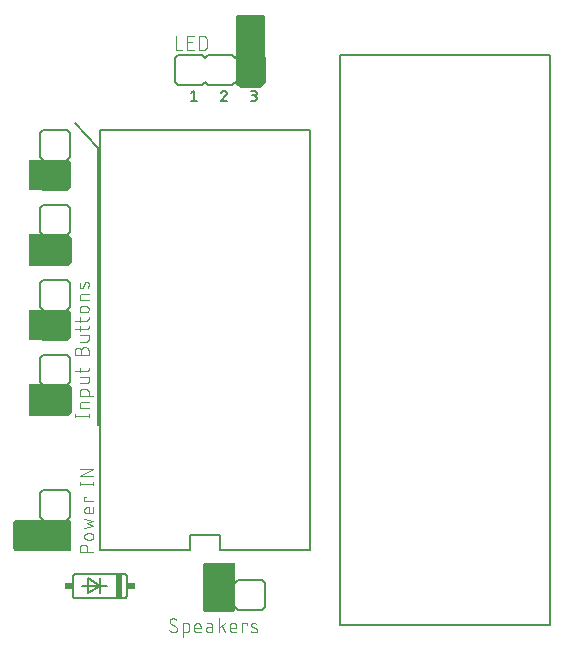
<source format=gbr>
G04 EAGLE Gerber RS-274X export*
G75*
%MOMM*%
%FSLAX34Y34*%
%LPD*%
%INSilkscreen Top*%
%IPPOS*%
%AMOC8*
5,1,8,0,0,1.08239X$1,22.5*%
G01*
%ADD10C,0.101600*%
%ADD11C,0.152400*%
%ADD12C,0.127000*%
%ADD13C,0.203200*%
%ADD14R,0.508000X2.032000*%
%ADD15R,0.635000X0.508000*%

G36*
X250095Y506014D02*
X250095Y506014D01*
X250191Y506019D01*
X250234Y506034D01*
X250279Y506041D01*
X250367Y506080D01*
X250458Y506112D01*
X250492Y506137D01*
X250536Y506157D01*
X250634Y506240D01*
X250707Y506293D01*
X253707Y509293D01*
X253725Y509318D01*
X253748Y509338D01*
X253783Y509391D01*
X253829Y509442D01*
X253849Y509483D01*
X253876Y509519D01*
X253888Y509552D01*
X253903Y509574D01*
X253919Y509629D01*
X253952Y509695D01*
X253958Y509737D01*
X253975Y509783D01*
X253978Y509822D01*
X253985Y509844D01*
X253986Y509915D01*
X253999Y510000D01*
X253999Y566000D01*
X253991Y566060D01*
X253991Y566084D01*
X253990Y566086D01*
X253991Y566128D01*
X253970Y566203D01*
X253959Y566279D01*
X253933Y566338D01*
X253916Y566400D01*
X253875Y566466D01*
X253843Y566536D01*
X253801Y566585D01*
X253768Y566640D01*
X253710Y566692D01*
X253660Y566750D01*
X253606Y566786D01*
X253558Y566829D01*
X253489Y566862D01*
X253424Y566905D01*
X253362Y566924D01*
X253305Y566952D01*
X253235Y566963D01*
X253154Y566987D01*
X253069Y566988D01*
X253000Y566999D01*
X230000Y566999D01*
X229936Y566990D01*
X229872Y566991D01*
X229797Y566970D01*
X229721Y566959D01*
X229662Y566933D01*
X229600Y566916D01*
X229534Y566875D01*
X229464Y566843D01*
X229415Y566801D01*
X229360Y566768D01*
X229308Y566710D01*
X229250Y566660D01*
X229214Y566606D01*
X229171Y566558D01*
X229138Y566489D01*
X229095Y566424D01*
X229076Y566362D01*
X229048Y566305D01*
X229037Y566235D01*
X229013Y566154D01*
X229012Y566069D01*
X229001Y566000D01*
X229001Y510000D01*
X229012Y509922D01*
X229011Y509870D01*
X229017Y509848D01*
X229019Y509809D01*
X229034Y509766D01*
X229041Y509721D01*
X229071Y509653D01*
X229086Y509598D01*
X229100Y509576D01*
X229112Y509542D01*
X229137Y509508D01*
X229157Y509464D01*
X229202Y509411D01*
X229235Y509358D01*
X229269Y509327D01*
X229293Y509293D01*
X232293Y506293D01*
X232370Y506236D01*
X232442Y506171D01*
X232483Y506151D01*
X232519Y506124D01*
X232609Y506090D01*
X232695Y506048D01*
X232737Y506042D01*
X232783Y506025D01*
X232911Y506015D01*
X233000Y506001D01*
X250000Y506001D01*
X250095Y506014D01*
G37*
G36*
X87518Y113271D02*
X87518Y113271D01*
X87536Y113269D01*
X87718Y113290D01*
X87901Y113309D01*
X87918Y113314D01*
X87935Y113316D01*
X88110Y113373D01*
X88286Y113427D01*
X88301Y113435D01*
X88318Y113441D01*
X88478Y113531D01*
X88640Y113619D01*
X88653Y113630D01*
X88669Y113639D01*
X88808Y113759D01*
X88949Y113876D01*
X88960Y113890D01*
X88974Y113902D01*
X89086Y114047D01*
X89201Y114190D01*
X89209Y114206D01*
X89220Y114220D01*
X89302Y114385D01*
X89387Y114547D01*
X89392Y114564D01*
X89400Y114581D01*
X89447Y114759D01*
X89498Y114934D01*
X89500Y114952D01*
X89504Y114969D01*
X89531Y115300D01*
X89531Y137700D01*
X89529Y137718D01*
X89531Y137736D01*
X89510Y137918D01*
X89491Y138101D01*
X89486Y138118D01*
X89484Y138135D01*
X89427Y138310D01*
X89373Y138486D01*
X89365Y138501D01*
X89359Y138518D01*
X89269Y138678D01*
X89181Y138840D01*
X89170Y138853D01*
X89161Y138869D01*
X89041Y139008D01*
X88924Y139149D01*
X88910Y139160D01*
X88898Y139174D01*
X88753Y139286D01*
X88610Y139401D01*
X88594Y139409D01*
X88580Y139420D01*
X88415Y139502D01*
X88253Y139587D01*
X88236Y139592D01*
X88220Y139600D01*
X88041Y139647D01*
X87866Y139698D01*
X87848Y139700D01*
X87831Y139704D01*
X87500Y139731D01*
X42800Y139731D01*
X42782Y139729D01*
X42764Y139731D01*
X42582Y139710D01*
X42399Y139691D01*
X42382Y139686D01*
X42365Y139684D01*
X42190Y139627D01*
X42014Y139573D01*
X41999Y139565D01*
X41982Y139559D01*
X41822Y139469D01*
X41660Y139381D01*
X41647Y139370D01*
X41631Y139361D01*
X41492Y139241D01*
X41351Y139124D01*
X41340Y139110D01*
X41327Y139098D01*
X41214Y138953D01*
X41099Y138810D01*
X41091Y138794D01*
X41080Y138780D01*
X40998Y138615D01*
X40913Y138453D01*
X40908Y138436D01*
X40900Y138420D01*
X40853Y138241D01*
X40802Y138066D01*
X40800Y138048D01*
X40796Y138031D01*
X40769Y137700D01*
X40769Y115300D01*
X40771Y115282D01*
X40769Y115264D01*
X40790Y115082D01*
X40809Y114899D01*
X40814Y114882D01*
X40816Y114865D01*
X40873Y114690D01*
X40927Y114514D01*
X40935Y114499D01*
X40941Y114482D01*
X41031Y114322D01*
X41119Y114160D01*
X41130Y114147D01*
X41139Y114131D01*
X41259Y113992D01*
X41376Y113851D01*
X41390Y113840D01*
X41402Y113827D01*
X41547Y113714D01*
X41690Y113599D01*
X41706Y113591D01*
X41720Y113580D01*
X41885Y113498D01*
X42047Y113413D01*
X42064Y113408D01*
X42081Y113400D01*
X42259Y113353D01*
X42434Y113302D01*
X42452Y113300D01*
X42469Y113296D01*
X42800Y113269D01*
X87500Y113269D01*
X87518Y113271D01*
G37*
G36*
X226618Y62171D02*
X226618Y62171D01*
X226636Y62169D01*
X226818Y62190D01*
X227001Y62209D01*
X227018Y62214D01*
X227035Y62216D01*
X227210Y62273D01*
X227386Y62327D01*
X227401Y62335D01*
X227418Y62341D01*
X227578Y62431D01*
X227740Y62519D01*
X227753Y62530D01*
X227769Y62539D01*
X227908Y62659D01*
X228049Y62776D01*
X228060Y62790D01*
X228074Y62802D01*
X228186Y62947D01*
X228301Y63090D01*
X228309Y63106D01*
X228320Y63120D01*
X228402Y63285D01*
X228487Y63447D01*
X228492Y63464D01*
X228500Y63481D01*
X228547Y63659D01*
X228598Y63834D01*
X228600Y63852D01*
X228604Y63869D01*
X228631Y64200D01*
X228631Y101600D01*
X228629Y101618D01*
X228631Y101636D01*
X228610Y101818D01*
X228591Y102001D01*
X228586Y102018D01*
X228584Y102035D01*
X228527Y102210D01*
X228473Y102386D01*
X228465Y102401D01*
X228459Y102418D01*
X228369Y102578D01*
X228281Y102740D01*
X228270Y102753D01*
X228261Y102769D01*
X228141Y102908D01*
X228024Y103049D01*
X228010Y103060D01*
X227998Y103074D01*
X227853Y103186D01*
X227710Y103301D01*
X227694Y103309D01*
X227680Y103320D01*
X227515Y103402D01*
X227353Y103487D01*
X227336Y103492D01*
X227320Y103500D01*
X227141Y103547D01*
X226966Y103598D01*
X226948Y103600D01*
X226931Y103604D01*
X226600Y103631D01*
X203200Y103631D01*
X203182Y103629D01*
X203164Y103631D01*
X202982Y103610D01*
X202799Y103591D01*
X202782Y103586D01*
X202765Y103584D01*
X202590Y103527D01*
X202414Y103473D01*
X202399Y103465D01*
X202382Y103459D01*
X202222Y103369D01*
X202060Y103281D01*
X202047Y103270D01*
X202031Y103261D01*
X201892Y103141D01*
X201751Y103024D01*
X201740Y103010D01*
X201727Y102998D01*
X201614Y102853D01*
X201499Y102710D01*
X201491Y102694D01*
X201480Y102680D01*
X201398Y102515D01*
X201313Y102353D01*
X201308Y102336D01*
X201300Y102320D01*
X201253Y102141D01*
X201202Y101966D01*
X201200Y101948D01*
X201196Y101931D01*
X201169Y101600D01*
X201169Y64200D01*
X201171Y64182D01*
X201169Y64164D01*
X201190Y63982D01*
X201209Y63799D01*
X201214Y63782D01*
X201216Y63765D01*
X201273Y63590D01*
X201327Y63414D01*
X201335Y63399D01*
X201341Y63382D01*
X201431Y63222D01*
X201519Y63060D01*
X201530Y63047D01*
X201539Y63031D01*
X201659Y62892D01*
X201776Y62751D01*
X201790Y62740D01*
X201802Y62727D01*
X201947Y62614D01*
X202090Y62499D01*
X202106Y62491D01*
X202120Y62480D01*
X202285Y62398D01*
X202447Y62313D01*
X202464Y62308D01*
X202481Y62300D01*
X202659Y62253D01*
X202834Y62202D01*
X202852Y62200D01*
X202869Y62196D01*
X203200Y62169D01*
X226600Y62169D01*
X226618Y62171D01*
G37*
G36*
X87095Y228014D02*
X87095Y228014D01*
X87191Y228019D01*
X87234Y228034D01*
X87279Y228041D01*
X87367Y228080D01*
X87458Y228112D01*
X87492Y228137D01*
X87536Y228157D01*
X87634Y228240D01*
X87707Y228293D01*
X89707Y230293D01*
X89725Y230319D01*
X89749Y230339D01*
X89784Y230392D01*
X89829Y230442D01*
X89849Y230483D01*
X89876Y230519D01*
X89888Y230551D01*
X89903Y230575D01*
X89921Y230632D01*
X89952Y230695D01*
X89958Y230737D01*
X89975Y230783D01*
X89978Y230820D01*
X89986Y230844D01*
X89987Y230920D01*
X89999Y231000D01*
X89999Y252000D01*
X89990Y252062D01*
X89991Y252111D01*
X89984Y252138D01*
X89981Y252191D01*
X89966Y252234D01*
X89959Y252279D01*
X89921Y252365D01*
X89916Y252382D01*
X89913Y252388D01*
X89888Y252458D01*
X89863Y252492D01*
X89843Y252536D01*
X89760Y252634D01*
X89707Y252707D01*
X87707Y254707D01*
X87630Y254764D01*
X87558Y254829D01*
X87517Y254849D01*
X87481Y254876D01*
X87391Y254910D01*
X87305Y254952D01*
X87263Y254958D01*
X87217Y254975D01*
X87090Y254985D01*
X87000Y254999D01*
X55000Y254999D01*
X54936Y254990D01*
X54872Y254991D01*
X54797Y254970D01*
X54721Y254959D01*
X54662Y254933D01*
X54600Y254916D01*
X54534Y254875D01*
X54464Y254843D01*
X54415Y254801D01*
X54360Y254768D01*
X54308Y254710D01*
X54250Y254660D01*
X54214Y254606D01*
X54171Y254558D01*
X54138Y254489D01*
X54095Y254424D01*
X54076Y254362D01*
X54048Y254305D01*
X54037Y254235D01*
X54013Y254154D01*
X54012Y254069D01*
X54001Y254000D01*
X54001Y229000D01*
X54010Y228936D01*
X54009Y228872D01*
X54030Y228797D01*
X54041Y228721D01*
X54067Y228662D01*
X54084Y228600D01*
X54125Y228534D01*
X54157Y228464D01*
X54199Y228415D01*
X54232Y228360D01*
X54290Y228308D01*
X54340Y228250D01*
X54394Y228214D01*
X54442Y228171D01*
X54511Y228138D01*
X54576Y228095D01*
X54638Y228076D01*
X54695Y228048D01*
X54765Y228037D01*
X54846Y228013D01*
X54931Y228012D01*
X55000Y228001D01*
X87000Y228001D01*
X87095Y228014D01*
G37*
G36*
X87095Y355014D02*
X87095Y355014D01*
X87191Y355019D01*
X87234Y355034D01*
X87279Y355041D01*
X87367Y355080D01*
X87458Y355112D01*
X87492Y355137D01*
X87536Y355157D01*
X87634Y355240D01*
X87707Y355293D01*
X89707Y357293D01*
X89725Y357319D01*
X89749Y357339D01*
X89784Y357392D01*
X89829Y357442D01*
X89849Y357483D01*
X89876Y357519D01*
X89888Y357551D01*
X89903Y357575D01*
X89921Y357632D01*
X89952Y357695D01*
X89958Y357737D01*
X89975Y357783D01*
X89978Y357820D01*
X89986Y357844D01*
X89987Y357920D01*
X89999Y358000D01*
X89999Y378000D01*
X89990Y378062D01*
X89991Y378111D01*
X89984Y378139D01*
X89981Y378191D01*
X89966Y378234D01*
X89959Y378279D01*
X89921Y378364D01*
X89916Y378383D01*
X89912Y378389D01*
X89888Y378458D01*
X89863Y378492D01*
X89843Y378536D01*
X89760Y378634D01*
X89707Y378707D01*
X86707Y381707D01*
X86630Y381764D01*
X86558Y381829D01*
X86517Y381849D01*
X86481Y381876D01*
X86391Y381910D01*
X86305Y381952D01*
X86263Y381958D01*
X86217Y381975D01*
X86090Y381985D01*
X86000Y381999D01*
X55000Y381999D01*
X54936Y381990D01*
X54872Y381991D01*
X54797Y381970D01*
X54721Y381959D01*
X54662Y381933D01*
X54600Y381916D01*
X54534Y381875D01*
X54464Y381843D01*
X54415Y381801D01*
X54360Y381768D01*
X54308Y381710D01*
X54250Y381660D01*
X54214Y381606D01*
X54171Y381558D01*
X54138Y381489D01*
X54095Y381424D01*
X54076Y381362D01*
X54048Y381305D01*
X54037Y381235D01*
X54013Y381154D01*
X54012Y381069D01*
X54001Y381000D01*
X54001Y356000D01*
X54010Y355936D01*
X54009Y355872D01*
X54030Y355797D01*
X54041Y355721D01*
X54067Y355662D01*
X54084Y355600D01*
X54125Y355534D01*
X54157Y355464D01*
X54199Y355415D01*
X54232Y355360D01*
X54290Y355308D01*
X54340Y355250D01*
X54394Y355214D01*
X54442Y355171D01*
X54511Y355138D01*
X54576Y355095D01*
X54638Y355076D01*
X54695Y355048D01*
X54765Y355037D01*
X54846Y355013D01*
X54931Y355012D01*
X55000Y355001D01*
X87000Y355001D01*
X87095Y355014D01*
G37*
G36*
X86095Y292014D02*
X86095Y292014D01*
X86191Y292019D01*
X86234Y292034D01*
X86279Y292041D01*
X86367Y292080D01*
X86458Y292112D01*
X86492Y292137D01*
X86536Y292157D01*
X86634Y292240D01*
X86707Y292293D01*
X88707Y294293D01*
X88725Y294319D01*
X88749Y294339D01*
X88784Y294392D01*
X88829Y294442D01*
X88849Y294483D01*
X88876Y294519D01*
X88888Y294551D01*
X88903Y294575D01*
X88921Y294632D01*
X88952Y294695D01*
X88958Y294737D01*
X88975Y294783D01*
X88978Y294820D01*
X88986Y294844D01*
X88987Y294920D01*
X88999Y295000D01*
X88999Y315000D01*
X88990Y315062D01*
X88991Y315111D01*
X88984Y315139D01*
X88981Y315191D01*
X88966Y315234D01*
X88959Y315279D01*
X88921Y315364D01*
X88916Y315383D01*
X88912Y315389D01*
X88888Y315458D01*
X88863Y315492D01*
X88843Y315536D01*
X88760Y315634D01*
X88707Y315707D01*
X86707Y317707D01*
X86630Y317764D01*
X86558Y317829D01*
X86517Y317849D01*
X86481Y317876D01*
X86391Y317910D01*
X86305Y317952D01*
X86263Y317958D01*
X86217Y317975D01*
X86090Y317985D01*
X86000Y317999D01*
X55000Y317999D01*
X54936Y317990D01*
X54872Y317991D01*
X54797Y317970D01*
X54721Y317959D01*
X54662Y317933D01*
X54600Y317916D01*
X54534Y317875D01*
X54464Y317843D01*
X54415Y317801D01*
X54360Y317768D01*
X54308Y317710D01*
X54250Y317660D01*
X54214Y317606D01*
X54171Y317558D01*
X54138Y317489D01*
X54095Y317424D01*
X54076Y317362D01*
X54048Y317305D01*
X54037Y317235D01*
X54013Y317154D01*
X54012Y317069D01*
X54001Y317000D01*
X54001Y293000D01*
X54010Y292936D01*
X54009Y292872D01*
X54030Y292797D01*
X54041Y292721D01*
X54067Y292662D01*
X54084Y292600D01*
X54125Y292534D01*
X54157Y292464D01*
X54199Y292415D01*
X54232Y292360D01*
X54290Y292308D01*
X54340Y292250D01*
X54394Y292214D01*
X54442Y292171D01*
X54511Y292138D01*
X54576Y292095D01*
X54638Y292076D01*
X54695Y292048D01*
X54765Y292037D01*
X54846Y292013D01*
X54931Y292012D01*
X55000Y292001D01*
X86000Y292001D01*
X86095Y292014D01*
G37*
G36*
X86095Y419014D02*
X86095Y419014D01*
X86191Y419019D01*
X86234Y419034D01*
X86279Y419041D01*
X86367Y419080D01*
X86458Y419112D01*
X86492Y419137D01*
X86536Y419157D01*
X86634Y419240D01*
X86707Y419293D01*
X88707Y421293D01*
X88725Y421319D01*
X88749Y421339D01*
X88784Y421392D01*
X88829Y421442D01*
X88849Y421483D01*
X88876Y421519D01*
X88888Y421551D01*
X88903Y421575D01*
X88921Y421632D01*
X88952Y421695D01*
X88958Y421737D01*
X88975Y421783D01*
X88978Y421820D01*
X88986Y421844D01*
X88987Y421920D01*
X88999Y422000D01*
X88999Y441000D01*
X88990Y441062D01*
X88991Y441112D01*
X88983Y441140D01*
X88981Y441191D01*
X88966Y441234D01*
X88959Y441279D01*
X88922Y441362D01*
X88916Y441384D01*
X88911Y441391D01*
X88888Y441458D01*
X88863Y441492D01*
X88843Y441536D01*
X88760Y441634D01*
X88707Y441707D01*
X85707Y444707D01*
X85630Y444764D01*
X85558Y444829D01*
X85517Y444849D01*
X85481Y444876D01*
X85391Y444910D01*
X85305Y444952D01*
X85263Y444958D01*
X85217Y444975D01*
X85090Y444985D01*
X85000Y444999D01*
X55000Y444999D01*
X54936Y444990D01*
X54872Y444991D01*
X54797Y444970D01*
X54721Y444959D01*
X54662Y444933D01*
X54600Y444916D01*
X54534Y444875D01*
X54464Y444843D01*
X54415Y444801D01*
X54360Y444768D01*
X54308Y444710D01*
X54250Y444660D01*
X54214Y444606D01*
X54171Y444558D01*
X54138Y444489D01*
X54095Y444424D01*
X54076Y444362D01*
X54048Y444305D01*
X54037Y444235D01*
X54013Y444154D01*
X54012Y444069D01*
X54001Y444000D01*
X54001Y420000D01*
X54010Y419936D01*
X54009Y419872D01*
X54030Y419797D01*
X54041Y419721D01*
X54067Y419662D01*
X54084Y419600D01*
X54125Y419534D01*
X54157Y419464D01*
X54199Y419415D01*
X54232Y419360D01*
X54290Y419308D01*
X54340Y419250D01*
X54394Y419214D01*
X54442Y419171D01*
X54511Y419138D01*
X54576Y419095D01*
X54638Y419076D01*
X54695Y419048D01*
X54765Y419037D01*
X54846Y419013D01*
X54931Y419012D01*
X55000Y419001D01*
X86000Y419001D01*
X86095Y419014D01*
G37*
D10*
X92808Y228306D02*
X104492Y228306D01*
X104492Y227008D02*
X104492Y229604D01*
X92808Y229604D02*
X92808Y227008D01*
X96703Y234473D02*
X104492Y234473D01*
X96703Y234473D02*
X96703Y237718D01*
X96705Y237805D01*
X96711Y237893D01*
X96721Y237979D01*
X96734Y238066D01*
X96752Y238151D01*
X96773Y238236D01*
X96798Y238320D01*
X96827Y238402D01*
X96860Y238483D01*
X96896Y238563D01*
X96935Y238641D01*
X96979Y238717D01*
X97025Y238791D01*
X97075Y238862D01*
X97128Y238932D01*
X97184Y238999D01*
X97243Y239063D01*
X97304Y239125D01*
X97369Y239184D01*
X97436Y239240D01*
X97506Y239293D01*
X97577Y239343D01*
X97651Y239389D01*
X97727Y239433D01*
X97805Y239472D01*
X97885Y239508D01*
X97966Y239541D01*
X98048Y239570D01*
X98132Y239595D01*
X98217Y239616D01*
X98302Y239634D01*
X98389Y239647D01*
X98475Y239657D01*
X98563Y239663D01*
X98650Y239665D01*
X98650Y239666D02*
X104492Y239666D01*
X108387Y245200D02*
X96703Y245200D01*
X96703Y248445D01*
X96705Y248532D01*
X96711Y248620D01*
X96721Y248706D01*
X96734Y248793D01*
X96752Y248878D01*
X96773Y248963D01*
X96798Y249047D01*
X96827Y249129D01*
X96860Y249210D01*
X96896Y249290D01*
X96935Y249368D01*
X96979Y249444D01*
X97025Y249518D01*
X97075Y249589D01*
X97128Y249659D01*
X97184Y249726D01*
X97243Y249790D01*
X97304Y249852D01*
X97369Y249911D01*
X97436Y249967D01*
X97506Y250020D01*
X97577Y250070D01*
X97651Y250116D01*
X97727Y250160D01*
X97805Y250199D01*
X97885Y250235D01*
X97966Y250268D01*
X98048Y250297D01*
X98132Y250322D01*
X98217Y250343D01*
X98302Y250361D01*
X98389Y250374D01*
X98475Y250384D01*
X98563Y250390D01*
X98650Y250392D01*
X98650Y250393D02*
X102545Y250393D01*
X102545Y250392D02*
X102632Y250390D01*
X102720Y250384D01*
X102806Y250374D01*
X102893Y250361D01*
X102978Y250343D01*
X103063Y250322D01*
X103147Y250297D01*
X103229Y250268D01*
X103310Y250235D01*
X103390Y250199D01*
X103468Y250160D01*
X103544Y250116D01*
X103618Y250070D01*
X103689Y250020D01*
X103759Y249967D01*
X103826Y249911D01*
X103890Y249852D01*
X103952Y249790D01*
X104011Y249726D01*
X104067Y249659D01*
X104120Y249589D01*
X104170Y249518D01*
X104216Y249444D01*
X104260Y249368D01*
X104299Y249290D01*
X104335Y249210D01*
X104368Y249129D01*
X104397Y249047D01*
X104422Y248963D01*
X104443Y248878D01*
X104461Y248793D01*
X104474Y248706D01*
X104484Y248620D01*
X104490Y248532D01*
X104492Y248445D01*
X104492Y245200D01*
X102545Y255428D02*
X96703Y255428D01*
X102545Y255428D02*
X102632Y255430D01*
X102720Y255436D01*
X102806Y255446D01*
X102893Y255459D01*
X102978Y255477D01*
X103063Y255498D01*
X103147Y255523D01*
X103229Y255552D01*
X103310Y255585D01*
X103390Y255621D01*
X103468Y255660D01*
X103544Y255704D01*
X103618Y255750D01*
X103689Y255800D01*
X103759Y255853D01*
X103826Y255909D01*
X103890Y255968D01*
X103952Y256030D01*
X104011Y256094D01*
X104067Y256161D01*
X104120Y256231D01*
X104170Y256302D01*
X104216Y256376D01*
X104260Y256452D01*
X104299Y256530D01*
X104335Y256610D01*
X104368Y256691D01*
X104397Y256773D01*
X104422Y256857D01*
X104443Y256942D01*
X104461Y257027D01*
X104474Y257114D01*
X104484Y257200D01*
X104490Y257288D01*
X104492Y257375D01*
X104492Y260621D01*
X96703Y260621D01*
X96703Y264747D02*
X96703Y268642D01*
X92808Y266046D02*
X102545Y266046D01*
X102632Y266048D01*
X102720Y266054D01*
X102806Y266064D01*
X102893Y266077D01*
X102978Y266095D01*
X103063Y266116D01*
X103147Y266141D01*
X103229Y266170D01*
X103310Y266203D01*
X103390Y266239D01*
X103468Y266278D01*
X103544Y266322D01*
X103618Y266368D01*
X103689Y266418D01*
X103759Y266471D01*
X103826Y266527D01*
X103890Y266586D01*
X103952Y266648D01*
X104011Y266712D01*
X104067Y266779D01*
X104120Y266849D01*
X104170Y266920D01*
X104216Y266994D01*
X104260Y267070D01*
X104299Y267148D01*
X104335Y267228D01*
X104368Y267309D01*
X104397Y267391D01*
X104422Y267475D01*
X104443Y267560D01*
X104461Y267645D01*
X104474Y267732D01*
X104484Y267818D01*
X104490Y267906D01*
X104492Y267993D01*
X104492Y268642D01*
X98001Y279713D02*
X98001Y282958D01*
X98000Y282958D02*
X98002Y283071D01*
X98008Y283184D01*
X98018Y283297D01*
X98032Y283410D01*
X98049Y283522D01*
X98071Y283633D01*
X98096Y283743D01*
X98126Y283853D01*
X98159Y283961D01*
X98196Y284068D01*
X98236Y284174D01*
X98281Y284278D01*
X98329Y284381D01*
X98380Y284482D01*
X98435Y284581D01*
X98493Y284678D01*
X98555Y284773D01*
X98620Y284866D01*
X98688Y284956D01*
X98759Y285044D01*
X98834Y285130D01*
X98911Y285213D01*
X98991Y285293D01*
X99074Y285370D01*
X99160Y285445D01*
X99248Y285516D01*
X99338Y285584D01*
X99431Y285649D01*
X99526Y285711D01*
X99623Y285769D01*
X99722Y285824D01*
X99823Y285875D01*
X99926Y285923D01*
X100030Y285968D01*
X100136Y286008D01*
X100243Y286045D01*
X100351Y286078D01*
X100461Y286108D01*
X100571Y286133D01*
X100682Y286155D01*
X100794Y286172D01*
X100907Y286186D01*
X101020Y286196D01*
X101133Y286202D01*
X101246Y286204D01*
X101359Y286202D01*
X101472Y286196D01*
X101585Y286186D01*
X101698Y286172D01*
X101810Y286155D01*
X101921Y286133D01*
X102031Y286108D01*
X102141Y286078D01*
X102249Y286045D01*
X102356Y286008D01*
X102462Y285968D01*
X102566Y285923D01*
X102669Y285875D01*
X102770Y285824D01*
X102869Y285769D01*
X102966Y285711D01*
X103061Y285649D01*
X103154Y285584D01*
X103244Y285516D01*
X103332Y285445D01*
X103418Y285370D01*
X103501Y285293D01*
X103581Y285213D01*
X103658Y285130D01*
X103733Y285044D01*
X103804Y284956D01*
X103872Y284866D01*
X103937Y284773D01*
X103999Y284678D01*
X104057Y284581D01*
X104112Y284482D01*
X104163Y284381D01*
X104211Y284278D01*
X104256Y284174D01*
X104296Y284068D01*
X104333Y283961D01*
X104366Y283853D01*
X104396Y283743D01*
X104421Y283633D01*
X104443Y283522D01*
X104460Y283410D01*
X104474Y283297D01*
X104484Y283184D01*
X104490Y283071D01*
X104492Y282958D01*
X104492Y279713D01*
X92808Y279713D01*
X92808Y282958D01*
X92810Y283059D01*
X92816Y283159D01*
X92826Y283259D01*
X92839Y283359D01*
X92857Y283458D01*
X92878Y283557D01*
X92903Y283654D01*
X92932Y283751D01*
X92965Y283846D01*
X93001Y283940D01*
X93041Y284032D01*
X93084Y284123D01*
X93131Y284212D01*
X93181Y284299D01*
X93235Y284385D01*
X93292Y284468D01*
X93352Y284548D01*
X93415Y284627D01*
X93482Y284703D01*
X93551Y284776D01*
X93623Y284846D01*
X93697Y284914D01*
X93774Y284979D01*
X93854Y285040D01*
X93936Y285099D01*
X94020Y285154D01*
X94106Y285206D01*
X94194Y285255D01*
X94284Y285300D01*
X94376Y285342D01*
X94469Y285380D01*
X94564Y285414D01*
X94659Y285445D01*
X94756Y285472D01*
X94854Y285495D01*
X94953Y285515D01*
X95053Y285530D01*
X95153Y285542D01*
X95253Y285550D01*
X95354Y285554D01*
X95454Y285554D01*
X95555Y285550D01*
X95655Y285542D01*
X95755Y285530D01*
X95855Y285515D01*
X95954Y285495D01*
X96052Y285472D01*
X96149Y285445D01*
X96244Y285414D01*
X96339Y285380D01*
X96432Y285342D01*
X96524Y285300D01*
X96614Y285255D01*
X96702Y285206D01*
X96788Y285154D01*
X96872Y285099D01*
X96954Y285040D01*
X97034Y284979D01*
X97111Y284914D01*
X97185Y284846D01*
X97257Y284776D01*
X97326Y284703D01*
X97393Y284627D01*
X97456Y284548D01*
X97516Y284468D01*
X97573Y284385D01*
X97627Y284299D01*
X97677Y284212D01*
X97724Y284123D01*
X97767Y284032D01*
X97807Y283940D01*
X97843Y283846D01*
X97876Y283751D01*
X97905Y283654D01*
X97930Y283557D01*
X97951Y283458D01*
X97969Y283359D01*
X97982Y283259D01*
X97992Y283159D01*
X97998Y283059D01*
X98000Y282958D01*
X96703Y290861D02*
X102545Y290861D01*
X102632Y290863D01*
X102720Y290869D01*
X102806Y290879D01*
X102893Y290892D01*
X102978Y290910D01*
X103063Y290931D01*
X103147Y290956D01*
X103229Y290985D01*
X103310Y291018D01*
X103390Y291054D01*
X103468Y291093D01*
X103544Y291137D01*
X103618Y291183D01*
X103689Y291233D01*
X103759Y291286D01*
X103826Y291342D01*
X103890Y291401D01*
X103952Y291463D01*
X104011Y291527D01*
X104067Y291594D01*
X104120Y291664D01*
X104170Y291735D01*
X104216Y291809D01*
X104260Y291885D01*
X104299Y291963D01*
X104335Y292043D01*
X104368Y292124D01*
X104397Y292206D01*
X104422Y292290D01*
X104443Y292375D01*
X104461Y292460D01*
X104474Y292547D01*
X104484Y292633D01*
X104490Y292721D01*
X104492Y292808D01*
X104492Y296054D01*
X96703Y296054D01*
X96703Y300180D02*
X96703Y304075D01*
X92808Y301479D02*
X102545Y301479D01*
X102632Y301481D01*
X102720Y301487D01*
X102806Y301497D01*
X102893Y301510D01*
X102978Y301528D01*
X103063Y301549D01*
X103147Y301574D01*
X103229Y301603D01*
X103310Y301636D01*
X103390Y301672D01*
X103468Y301711D01*
X103544Y301755D01*
X103618Y301801D01*
X103689Y301851D01*
X103759Y301904D01*
X103826Y301960D01*
X103890Y302019D01*
X103952Y302081D01*
X104011Y302145D01*
X104067Y302212D01*
X104120Y302282D01*
X104170Y302353D01*
X104216Y302427D01*
X104260Y302503D01*
X104299Y302581D01*
X104335Y302661D01*
X104368Y302742D01*
X104397Y302824D01*
X104422Y302908D01*
X104443Y302993D01*
X104461Y303078D01*
X104474Y303165D01*
X104484Y303251D01*
X104490Y303339D01*
X104492Y303426D01*
X104492Y304075D01*
X96703Y307419D02*
X96703Y311314D01*
X92808Y308718D02*
X102545Y308718D01*
X102632Y308720D01*
X102720Y308726D01*
X102806Y308736D01*
X102893Y308749D01*
X102978Y308767D01*
X103063Y308788D01*
X103147Y308813D01*
X103229Y308842D01*
X103310Y308875D01*
X103390Y308911D01*
X103468Y308950D01*
X103544Y308994D01*
X103618Y309040D01*
X103689Y309090D01*
X103759Y309143D01*
X103826Y309199D01*
X103890Y309258D01*
X103952Y309320D01*
X104011Y309384D01*
X104067Y309451D01*
X104120Y309521D01*
X104170Y309592D01*
X104216Y309666D01*
X104260Y309742D01*
X104299Y309820D01*
X104335Y309900D01*
X104368Y309981D01*
X104397Y310063D01*
X104422Y310147D01*
X104443Y310232D01*
X104461Y310317D01*
X104474Y310404D01*
X104484Y310490D01*
X104490Y310578D01*
X104492Y310665D01*
X104492Y311314D01*
X101896Y315626D02*
X99299Y315626D01*
X99198Y315628D01*
X99098Y315634D01*
X98998Y315644D01*
X98898Y315657D01*
X98799Y315675D01*
X98700Y315696D01*
X98603Y315721D01*
X98506Y315750D01*
X98411Y315783D01*
X98317Y315819D01*
X98225Y315859D01*
X98134Y315902D01*
X98045Y315949D01*
X97958Y315999D01*
X97872Y316053D01*
X97789Y316110D01*
X97709Y316170D01*
X97630Y316233D01*
X97554Y316300D01*
X97481Y316369D01*
X97411Y316441D01*
X97343Y316515D01*
X97278Y316592D01*
X97217Y316672D01*
X97158Y316754D01*
X97103Y316838D01*
X97051Y316924D01*
X97002Y317012D01*
X96957Y317102D01*
X96915Y317194D01*
X96877Y317287D01*
X96843Y317382D01*
X96812Y317477D01*
X96785Y317574D01*
X96762Y317672D01*
X96742Y317771D01*
X96727Y317871D01*
X96715Y317971D01*
X96707Y318071D01*
X96703Y318172D01*
X96703Y318272D01*
X96707Y318373D01*
X96715Y318473D01*
X96727Y318573D01*
X96742Y318673D01*
X96762Y318772D01*
X96785Y318870D01*
X96812Y318967D01*
X96843Y319062D01*
X96877Y319157D01*
X96915Y319250D01*
X96957Y319342D01*
X97002Y319432D01*
X97051Y319520D01*
X97103Y319606D01*
X97158Y319690D01*
X97217Y319772D01*
X97278Y319852D01*
X97343Y319929D01*
X97411Y320003D01*
X97481Y320075D01*
X97554Y320144D01*
X97630Y320211D01*
X97709Y320274D01*
X97789Y320334D01*
X97872Y320391D01*
X97958Y320445D01*
X98045Y320495D01*
X98134Y320542D01*
X98225Y320585D01*
X98317Y320625D01*
X98411Y320661D01*
X98506Y320694D01*
X98603Y320723D01*
X98700Y320748D01*
X98799Y320769D01*
X98898Y320787D01*
X98998Y320800D01*
X99098Y320810D01*
X99198Y320816D01*
X99299Y320818D01*
X99299Y320819D02*
X101896Y320819D01*
X101896Y320818D02*
X101997Y320816D01*
X102097Y320810D01*
X102197Y320800D01*
X102297Y320787D01*
X102396Y320769D01*
X102495Y320748D01*
X102592Y320723D01*
X102689Y320694D01*
X102784Y320661D01*
X102878Y320625D01*
X102970Y320585D01*
X103061Y320542D01*
X103150Y320495D01*
X103237Y320445D01*
X103323Y320391D01*
X103406Y320334D01*
X103486Y320274D01*
X103565Y320211D01*
X103641Y320144D01*
X103714Y320075D01*
X103784Y320003D01*
X103852Y319929D01*
X103917Y319852D01*
X103978Y319772D01*
X104037Y319690D01*
X104092Y319606D01*
X104144Y319520D01*
X104193Y319432D01*
X104238Y319342D01*
X104280Y319250D01*
X104318Y319157D01*
X104352Y319062D01*
X104383Y318967D01*
X104410Y318870D01*
X104433Y318772D01*
X104453Y318673D01*
X104468Y318573D01*
X104480Y318473D01*
X104488Y318373D01*
X104492Y318272D01*
X104492Y318172D01*
X104488Y318071D01*
X104480Y317971D01*
X104468Y317871D01*
X104453Y317771D01*
X104433Y317672D01*
X104410Y317574D01*
X104383Y317477D01*
X104352Y317382D01*
X104318Y317287D01*
X104280Y317194D01*
X104238Y317102D01*
X104193Y317012D01*
X104144Y316924D01*
X104092Y316838D01*
X104037Y316754D01*
X103978Y316672D01*
X103917Y316592D01*
X103852Y316515D01*
X103784Y316441D01*
X103714Y316369D01*
X103641Y316300D01*
X103565Y316233D01*
X103486Y316170D01*
X103406Y316110D01*
X103323Y316053D01*
X103237Y315999D01*
X103150Y315949D01*
X103061Y315902D01*
X102970Y315859D01*
X102878Y315819D01*
X102784Y315783D01*
X102689Y315750D01*
X102592Y315721D01*
X102495Y315696D01*
X102396Y315675D01*
X102297Y315657D01*
X102197Y315644D01*
X102097Y315634D01*
X101997Y315628D01*
X101896Y315626D01*
X104492Y325913D02*
X96703Y325913D01*
X96703Y329158D01*
X96705Y329245D01*
X96711Y329333D01*
X96721Y329419D01*
X96734Y329506D01*
X96752Y329591D01*
X96773Y329676D01*
X96798Y329760D01*
X96827Y329842D01*
X96860Y329923D01*
X96896Y330003D01*
X96935Y330081D01*
X96979Y330157D01*
X97025Y330231D01*
X97075Y330302D01*
X97128Y330372D01*
X97184Y330439D01*
X97243Y330503D01*
X97304Y330565D01*
X97369Y330624D01*
X97436Y330680D01*
X97506Y330733D01*
X97577Y330783D01*
X97651Y330829D01*
X97727Y330873D01*
X97805Y330912D01*
X97885Y330948D01*
X97966Y330981D01*
X98048Y331010D01*
X98132Y331035D01*
X98217Y331056D01*
X98302Y331074D01*
X98389Y331087D01*
X98475Y331097D01*
X98563Y331103D01*
X98650Y331105D01*
X98650Y331106D02*
X104492Y331106D01*
X99948Y337173D02*
X101246Y340419D01*
X99949Y337173D02*
X99916Y337098D01*
X99880Y337024D01*
X99841Y336952D01*
X99798Y336882D01*
X99752Y336815D01*
X99702Y336749D01*
X99650Y336687D01*
X99594Y336626D01*
X99536Y336569D01*
X99475Y336514D01*
X99411Y336463D01*
X99345Y336415D01*
X99276Y336370D01*
X99206Y336328D01*
X99133Y336290D01*
X99059Y336255D01*
X98983Y336224D01*
X98906Y336197D01*
X98827Y336174D01*
X98748Y336154D01*
X98667Y336139D01*
X98586Y336127D01*
X98504Y336119D01*
X98423Y336115D01*
X98341Y336116D01*
X98259Y336120D01*
X98177Y336128D01*
X98096Y336140D01*
X98016Y336156D01*
X97936Y336176D01*
X97858Y336200D01*
X97781Y336228D01*
X97705Y336259D01*
X97631Y336294D01*
X97559Y336332D01*
X97488Y336374D01*
X97420Y336420D01*
X97354Y336468D01*
X97291Y336520D01*
X97230Y336575D01*
X97172Y336633D01*
X97116Y336693D01*
X97064Y336756D01*
X97015Y336822D01*
X96969Y336890D01*
X96927Y336960D01*
X96887Y337032D01*
X96852Y337106D01*
X96820Y337181D01*
X96792Y337258D01*
X96768Y337336D01*
X96747Y337416D01*
X96730Y337496D01*
X96718Y337577D01*
X96709Y337658D01*
X96704Y337740D01*
X96703Y337822D01*
X96707Y337999D01*
X96716Y338176D01*
X96730Y338353D01*
X96747Y338530D01*
X96769Y338705D01*
X96794Y338881D01*
X96825Y339055D01*
X96859Y339229D01*
X96897Y339402D01*
X96940Y339574D01*
X96987Y339745D01*
X97037Y339915D01*
X97092Y340084D01*
X97151Y340251D01*
X97214Y340417D01*
X97281Y340581D01*
X97352Y340743D01*
X101246Y340419D02*
X101279Y340494D01*
X101315Y340568D01*
X101354Y340640D01*
X101397Y340710D01*
X101443Y340777D01*
X101493Y340843D01*
X101545Y340905D01*
X101601Y340966D01*
X101659Y341023D01*
X101720Y341078D01*
X101784Y341129D01*
X101850Y341177D01*
X101919Y341222D01*
X101989Y341264D01*
X102062Y341302D01*
X102136Y341337D01*
X102212Y341368D01*
X102289Y341395D01*
X102368Y341418D01*
X102448Y341438D01*
X102528Y341453D01*
X102609Y341465D01*
X102691Y341473D01*
X102772Y341477D01*
X102854Y341476D01*
X102936Y341472D01*
X103018Y341464D01*
X103099Y341452D01*
X103179Y341436D01*
X103259Y341416D01*
X103337Y341392D01*
X103414Y341364D01*
X103490Y341333D01*
X103564Y341298D01*
X103636Y341260D01*
X103707Y341218D01*
X103775Y341172D01*
X103841Y341124D01*
X103904Y341072D01*
X103965Y341017D01*
X104023Y340959D01*
X104079Y340899D01*
X104131Y340836D01*
X104180Y340770D01*
X104226Y340702D01*
X104268Y340632D01*
X104308Y340560D01*
X104343Y340486D01*
X104375Y340411D01*
X104403Y340334D01*
X104427Y340256D01*
X104448Y340176D01*
X104465Y340096D01*
X104477Y340015D01*
X104486Y339934D01*
X104491Y339852D01*
X104492Y339770D01*
X104485Y339510D01*
X104472Y339250D01*
X104453Y338990D01*
X104428Y338731D01*
X104396Y338472D01*
X104359Y338215D01*
X104315Y337958D01*
X104266Y337702D01*
X104210Y337448D01*
X104149Y337195D01*
X104081Y336944D01*
X104007Y336694D01*
X103928Y336446D01*
X103843Y336200D01*
D11*
X112000Y220000D02*
X112000Y455000D01*
X93000Y476000D01*
D10*
X178212Y537808D02*
X178212Y549492D01*
X178212Y537808D02*
X183404Y537808D01*
X188118Y537808D02*
X193310Y537808D01*
X188118Y537808D02*
X188118Y549492D01*
X193310Y549492D01*
X192012Y544299D02*
X188118Y544299D01*
X198001Y549492D02*
X198001Y537808D01*
X198001Y549492D02*
X201246Y549492D01*
X201359Y549490D01*
X201472Y549484D01*
X201585Y549474D01*
X201698Y549460D01*
X201810Y549443D01*
X201921Y549421D01*
X202031Y549396D01*
X202141Y549366D01*
X202249Y549333D01*
X202356Y549296D01*
X202462Y549256D01*
X202566Y549211D01*
X202669Y549163D01*
X202770Y549112D01*
X202869Y549057D01*
X202966Y548999D01*
X203061Y548937D01*
X203154Y548872D01*
X203244Y548804D01*
X203332Y548733D01*
X203418Y548658D01*
X203501Y548581D01*
X203581Y548501D01*
X203658Y548418D01*
X203733Y548332D01*
X203804Y548244D01*
X203872Y548154D01*
X203937Y548061D01*
X203999Y547966D01*
X204057Y547869D01*
X204112Y547770D01*
X204163Y547669D01*
X204211Y547566D01*
X204256Y547462D01*
X204296Y547356D01*
X204333Y547249D01*
X204366Y547141D01*
X204396Y547031D01*
X204421Y546921D01*
X204443Y546810D01*
X204460Y546698D01*
X204474Y546585D01*
X204484Y546472D01*
X204490Y546359D01*
X204492Y546246D01*
X204492Y541054D01*
X204490Y540941D01*
X204484Y540828D01*
X204474Y540715D01*
X204460Y540602D01*
X204443Y540490D01*
X204421Y540379D01*
X204396Y540269D01*
X204366Y540159D01*
X204333Y540051D01*
X204296Y539944D01*
X204256Y539838D01*
X204211Y539734D01*
X204163Y539631D01*
X204112Y539530D01*
X204057Y539431D01*
X203999Y539334D01*
X203937Y539239D01*
X203872Y539146D01*
X203804Y539056D01*
X203733Y538968D01*
X203658Y538882D01*
X203581Y538799D01*
X203501Y538719D01*
X203418Y538642D01*
X203332Y538567D01*
X203244Y538496D01*
X203154Y538428D01*
X203061Y538363D01*
X202966Y538301D01*
X202869Y538243D01*
X202770Y538188D01*
X202669Y538137D01*
X202566Y538089D01*
X202462Y538044D01*
X202356Y538004D01*
X202249Y537967D01*
X202141Y537934D01*
X202031Y537904D01*
X201921Y537879D01*
X201810Y537857D01*
X201698Y537840D01*
X201585Y537826D01*
X201472Y537816D01*
X201359Y537810D01*
X201246Y537808D01*
X198001Y537808D01*
X108492Y112508D02*
X96808Y112508D01*
X96808Y115754D01*
X96810Y115867D01*
X96816Y115980D01*
X96826Y116093D01*
X96840Y116206D01*
X96857Y116318D01*
X96879Y116429D01*
X96904Y116539D01*
X96934Y116649D01*
X96967Y116757D01*
X97004Y116864D01*
X97044Y116970D01*
X97089Y117074D01*
X97137Y117177D01*
X97188Y117278D01*
X97243Y117377D01*
X97301Y117474D01*
X97363Y117569D01*
X97428Y117662D01*
X97496Y117752D01*
X97567Y117840D01*
X97642Y117926D01*
X97719Y118009D01*
X97799Y118089D01*
X97882Y118166D01*
X97968Y118241D01*
X98056Y118312D01*
X98146Y118380D01*
X98239Y118445D01*
X98334Y118507D01*
X98431Y118565D01*
X98530Y118620D01*
X98631Y118671D01*
X98734Y118719D01*
X98838Y118764D01*
X98944Y118804D01*
X99051Y118841D01*
X99159Y118874D01*
X99269Y118904D01*
X99379Y118929D01*
X99490Y118951D01*
X99602Y118968D01*
X99715Y118982D01*
X99828Y118992D01*
X99941Y118998D01*
X100054Y119000D01*
X100167Y118998D01*
X100280Y118992D01*
X100393Y118982D01*
X100506Y118968D01*
X100618Y118951D01*
X100729Y118929D01*
X100839Y118904D01*
X100949Y118874D01*
X101057Y118841D01*
X101164Y118804D01*
X101270Y118764D01*
X101374Y118719D01*
X101477Y118671D01*
X101578Y118620D01*
X101677Y118565D01*
X101774Y118507D01*
X101869Y118445D01*
X101962Y118380D01*
X102052Y118312D01*
X102140Y118241D01*
X102226Y118166D01*
X102309Y118089D01*
X102389Y118009D01*
X102466Y117926D01*
X102541Y117840D01*
X102612Y117752D01*
X102680Y117662D01*
X102745Y117569D01*
X102807Y117474D01*
X102865Y117377D01*
X102920Y117278D01*
X102971Y117177D01*
X103019Y117074D01*
X103064Y116970D01*
X103104Y116864D01*
X103141Y116757D01*
X103174Y116649D01*
X103204Y116539D01*
X103229Y116429D01*
X103251Y116318D01*
X103268Y116206D01*
X103282Y116093D01*
X103292Y115980D01*
X103298Y115867D01*
X103300Y115754D01*
X103299Y115754D02*
X103299Y112508D01*
X103299Y123275D02*
X105896Y123275D01*
X103299Y123275D02*
X103198Y123277D01*
X103098Y123283D01*
X102998Y123293D01*
X102898Y123306D01*
X102799Y123324D01*
X102700Y123345D01*
X102603Y123370D01*
X102506Y123399D01*
X102411Y123432D01*
X102317Y123468D01*
X102225Y123508D01*
X102134Y123551D01*
X102045Y123598D01*
X101958Y123648D01*
X101872Y123702D01*
X101789Y123759D01*
X101709Y123819D01*
X101630Y123882D01*
X101554Y123949D01*
X101481Y124018D01*
X101411Y124090D01*
X101343Y124164D01*
X101278Y124241D01*
X101217Y124321D01*
X101158Y124403D01*
X101103Y124487D01*
X101051Y124573D01*
X101002Y124661D01*
X100957Y124751D01*
X100915Y124843D01*
X100877Y124936D01*
X100843Y125031D01*
X100812Y125126D01*
X100785Y125223D01*
X100762Y125321D01*
X100742Y125420D01*
X100727Y125520D01*
X100715Y125620D01*
X100707Y125720D01*
X100703Y125821D01*
X100703Y125921D01*
X100707Y126022D01*
X100715Y126122D01*
X100727Y126222D01*
X100742Y126322D01*
X100762Y126421D01*
X100785Y126519D01*
X100812Y126616D01*
X100843Y126711D01*
X100877Y126806D01*
X100915Y126899D01*
X100957Y126991D01*
X101002Y127081D01*
X101051Y127169D01*
X101103Y127255D01*
X101158Y127339D01*
X101217Y127421D01*
X101278Y127501D01*
X101343Y127578D01*
X101411Y127652D01*
X101481Y127724D01*
X101554Y127793D01*
X101630Y127860D01*
X101709Y127923D01*
X101789Y127983D01*
X101872Y128040D01*
X101958Y128094D01*
X102045Y128144D01*
X102134Y128191D01*
X102225Y128234D01*
X102317Y128274D01*
X102411Y128310D01*
X102506Y128343D01*
X102603Y128372D01*
X102700Y128397D01*
X102799Y128418D01*
X102898Y128436D01*
X102998Y128449D01*
X103098Y128459D01*
X103198Y128465D01*
X103299Y128467D01*
X103299Y128468D02*
X105896Y128468D01*
X105896Y128467D02*
X105997Y128465D01*
X106097Y128459D01*
X106197Y128449D01*
X106297Y128436D01*
X106396Y128418D01*
X106495Y128397D01*
X106592Y128372D01*
X106689Y128343D01*
X106784Y128310D01*
X106878Y128274D01*
X106970Y128234D01*
X107061Y128191D01*
X107150Y128144D01*
X107237Y128094D01*
X107323Y128040D01*
X107406Y127983D01*
X107486Y127923D01*
X107565Y127860D01*
X107641Y127793D01*
X107714Y127724D01*
X107784Y127652D01*
X107852Y127578D01*
X107917Y127501D01*
X107978Y127421D01*
X108037Y127339D01*
X108092Y127255D01*
X108144Y127169D01*
X108193Y127081D01*
X108238Y126991D01*
X108280Y126899D01*
X108318Y126806D01*
X108352Y126711D01*
X108383Y126616D01*
X108410Y126519D01*
X108433Y126421D01*
X108453Y126322D01*
X108468Y126222D01*
X108480Y126122D01*
X108488Y126022D01*
X108492Y125921D01*
X108492Y125821D01*
X108488Y125720D01*
X108480Y125620D01*
X108468Y125520D01*
X108453Y125420D01*
X108433Y125321D01*
X108410Y125223D01*
X108383Y125126D01*
X108352Y125031D01*
X108318Y124936D01*
X108280Y124843D01*
X108238Y124751D01*
X108193Y124661D01*
X108144Y124573D01*
X108092Y124487D01*
X108037Y124403D01*
X107978Y124321D01*
X107917Y124241D01*
X107852Y124164D01*
X107784Y124090D01*
X107714Y124018D01*
X107641Y123949D01*
X107565Y123882D01*
X107486Y123819D01*
X107406Y123759D01*
X107323Y123702D01*
X107237Y123648D01*
X107150Y123598D01*
X107061Y123551D01*
X106970Y123508D01*
X106878Y123468D01*
X106784Y123432D01*
X106689Y123399D01*
X106592Y123370D01*
X106495Y123345D01*
X106396Y123324D01*
X106297Y123306D01*
X106197Y123293D01*
X106097Y123283D01*
X105997Y123277D01*
X105896Y123275D01*
X100703Y133026D02*
X108492Y134973D01*
X103299Y136920D01*
X108492Y138868D01*
X100703Y140815D01*
X108492Y147320D02*
X108492Y150566D01*
X108492Y147320D02*
X108490Y147233D01*
X108484Y147145D01*
X108474Y147059D01*
X108461Y146972D01*
X108443Y146887D01*
X108422Y146802D01*
X108397Y146718D01*
X108368Y146636D01*
X108335Y146555D01*
X108299Y146475D01*
X108260Y146397D01*
X108216Y146321D01*
X108170Y146247D01*
X108120Y146176D01*
X108067Y146106D01*
X108011Y146039D01*
X107952Y145975D01*
X107890Y145913D01*
X107826Y145854D01*
X107759Y145798D01*
X107689Y145745D01*
X107618Y145695D01*
X107544Y145649D01*
X107468Y145605D01*
X107390Y145566D01*
X107310Y145530D01*
X107229Y145497D01*
X107147Y145468D01*
X107063Y145443D01*
X106978Y145422D01*
X106893Y145404D01*
X106806Y145391D01*
X106720Y145381D01*
X106632Y145375D01*
X106545Y145373D01*
X103299Y145373D01*
X103198Y145375D01*
X103098Y145381D01*
X102998Y145391D01*
X102898Y145404D01*
X102799Y145422D01*
X102700Y145443D01*
X102603Y145468D01*
X102506Y145497D01*
X102411Y145530D01*
X102317Y145566D01*
X102225Y145606D01*
X102134Y145649D01*
X102045Y145696D01*
X101958Y145746D01*
X101872Y145800D01*
X101789Y145857D01*
X101709Y145917D01*
X101630Y145980D01*
X101554Y146047D01*
X101481Y146116D01*
X101411Y146188D01*
X101343Y146262D01*
X101278Y146339D01*
X101217Y146419D01*
X101158Y146501D01*
X101103Y146585D01*
X101051Y146671D01*
X101002Y146759D01*
X100957Y146849D01*
X100915Y146941D01*
X100877Y147034D01*
X100843Y147129D01*
X100812Y147224D01*
X100785Y147321D01*
X100762Y147419D01*
X100742Y147518D01*
X100727Y147618D01*
X100715Y147718D01*
X100707Y147818D01*
X100703Y147919D01*
X100703Y148019D01*
X100707Y148120D01*
X100715Y148220D01*
X100727Y148320D01*
X100742Y148420D01*
X100762Y148519D01*
X100785Y148617D01*
X100812Y148714D01*
X100843Y148809D01*
X100877Y148904D01*
X100915Y148997D01*
X100957Y149089D01*
X101002Y149179D01*
X101051Y149267D01*
X101103Y149353D01*
X101158Y149437D01*
X101217Y149519D01*
X101278Y149599D01*
X101343Y149676D01*
X101411Y149750D01*
X101481Y149822D01*
X101554Y149891D01*
X101630Y149958D01*
X101709Y150021D01*
X101789Y150081D01*
X101872Y150138D01*
X101958Y150192D01*
X102045Y150242D01*
X102134Y150289D01*
X102225Y150332D01*
X102317Y150372D01*
X102411Y150408D01*
X102506Y150441D01*
X102603Y150470D01*
X102700Y150495D01*
X102799Y150516D01*
X102898Y150534D01*
X102998Y150547D01*
X103098Y150557D01*
X103198Y150563D01*
X103299Y150565D01*
X103299Y150566D02*
X104597Y150566D01*
X104597Y145373D01*
X108492Y155726D02*
X100703Y155726D01*
X100703Y159621D01*
X102001Y159621D01*
X96808Y170448D02*
X108492Y170448D01*
X108492Y169150D02*
X108492Y171746D01*
X96808Y171746D02*
X96808Y169150D01*
X96808Y176728D02*
X108492Y176728D01*
X108492Y183219D02*
X96808Y176728D01*
X96808Y183219D02*
X108492Y183219D01*
X179236Y47404D02*
X179234Y47305D01*
X179228Y47205D01*
X179219Y47106D01*
X179206Y47008D01*
X179189Y46910D01*
X179168Y46812D01*
X179143Y46716D01*
X179115Y46621D01*
X179083Y46527D01*
X179048Y46434D01*
X179009Y46342D01*
X178966Y46252D01*
X178921Y46164D01*
X178871Y46077D01*
X178819Y45993D01*
X178763Y45910D01*
X178705Y45830D01*
X178643Y45752D01*
X178578Y45677D01*
X178510Y45604D01*
X178440Y45534D01*
X178367Y45466D01*
X178292Y45401D01*
X178214Y45339D01*
X178134Y45281D01*
X178051Y45225D01*
X177967Y45173D01*
X177880Y45123D01*
X177792Y45078D01*
X177702Y45035D01*
X177610Y44996D01*
X177517Y44961D01*
X177423Y44929D01*
X177328Y44901D01*
X177232Y44876D01*
X177134Y44855D01*
X177036Y44838D01*
X176938Y44825D01*
X176839Y44816D01*
X176739Y44810D01*
X176640Y44808D01*
X176496Y44810D01*
X176351Y44816D01*
X176207Y44825D01*
X176064Y44838D01*
X175920Y44855D01*
X175777Y44876D01*
X175635Y44901D01*
X175494Y44929D01*
X175353Y44961D01*
X175213Y44997D01*
X175074Y45036D01*
X174936Y45079D01*
X174800Y45126D01*
X174664Y45176D01*
X174530Y45230D01*
X174398Y45287D01*
X174267Y45348D01*
X174138Y45412D01*
X174010Y45480D01*
X173884Y45550D01*
X173760Y45625D01*
X173639Y45702D01*
X173519Y45783D01*
X173401Y45866D01*
X173286Y45953D01*
X173173Y46043D01*
X173062Y46136D01*
X172954Y46231D01*
X172848Y46330D01*
X172745Y46431D01*
X173071Y53896D02*
X173073Y53995D01*
X173079Y54095D01*
X173088Y54194D01*
X173101Y54292D01*
X173118Y54390D01*
X173139Y54488D01*
X173164Y54584D01*
X173192Y54679D01*
X173224Y54773D01*
X173259Y54866D01*
X173298Y54958D01*
X173341Y55048D01*
X173386Y55136D01*
X173436Y55223D01*
X173488Y55307D01*
X173544Y55390D01*
X173602Y55470D01*
X173664Y55548D01*
X173729Y55623D01*
X173797Y55696D01*
X173867Y55766D01*
X173940Y55834D01*
X174015Y55899D01*
X174093Y55961D01*
X174173Y56019D01*
X174256Y56075D01*
X174340Y56127D01*
X174427Y56177D01*
X174515Y56222D01*
X174605Y56265D01*
X174697Y56304D01*
X174790Y56339D01*
X174884Y56371D01*
X174979Y56399D01*
X175076Y56424D01*
X175173Y56445D01*
X175271Y56462D01*
X175369Y56475D01*
X175468Y56484D01*
X175568Y56490D01*
X175667Y56492D01*
X175666Y56492D02*
X175802Y56490D01*
X175938Y56484D01*
X176074Y56475D01*
X176210Y56462D01*
X176345Y56444D01*
X176479Y56424D01*
X176613Y56399D01*
X176747Y56371D01*
X176879Y56338D01*
X177010Y56303D01*
X177141Y56263D01*
X177270Y56220D01*
X177398Y56174D01*
X177524Y56123D01*
X177650Y56070D01*
X177773Y56012D01*
X177895Y55952D01*
X178015Y55888D01*
X178134Y55820D01*
X178250Y55750D01*
X178364Y55676D01*
X178477Y55599D01*
X178587Y55518D01*
X174368Y51624D02*
X174282Y51677D01*
X174198Y51734D01*
X174116Y51793D01*
X174036Y51856D01*
X173959Y51922D01*
X173884Y51990D01*
X173812Y52062D01*
X173743Y52136D01*
X173677Y52213D01*
X173614Y52292D01*
X173554Y52374D01*
X173497Y52458D01*
X173443Y52544D01*
X173393Y52632D01*
X173346Y52722D01*
X173302Y52813D01*
X173263Y52907D01*
X173226Y53001D01*
X173194Y53097D01*
X173165Y53195D01*
X173140Y53293D01*
X173119Y53392D01*
X173101Y53492D01*
X173088Y53592D01*
X173078Y53693D01*
X173072Y53795D01*
X173070Y53896D01*
X177939Y49676D02*
X178025Y49623D01*
X178109Y49566D01*
X178191Y49507D01*
X178271Y49444D01*
X178348Y49378D01*
X178423Y49310D01*
X178495Y49238D01*
X178564Y49164D01*
X178630Y49087D01*
X178693Y49008D01*
X178753Y48926D01*
X178810Y48842D01*
X178864Y48756D01*
X178914Y48668D01*
X178961Y48578D01*
X179005Y48487D01*
X179044Y48393D01*
X179081Y48299D01*
X179113Y48203D01*
X179142Y48105D01*
X179167Y48007D01*
X179188Y47908D01*
X179206Y47808D01*
X179219Y47708D01*
X179229Y47607D01*
X179235Y47505D01*
X179237Y47404D01*
X177938Y49676D02*
X174368Y51624D01*
X184122Y52597D02*
X184122Y40913D01*
X184122Y52597D02*
X187367Y52597D01*
X187454Y52595D01*
X187542Y52589D01*
X187628Y52579D01*
X187715Y52566D01*
X187800Y52548D01*
X187885Y52527D01*
X187969Y52502D01*
X188051Y52473D01*
X188132Y52440D01*
X188212Y52404D01*
X188290Y52365D01*
X188366Y52321D01*
X188440Y52275D01*
X188511Y52225D01*
X188581Y52172D01*
X188648Y52116D01*
X188712Y52057D01*
X188774Y51996D01*
X188833Y51931D01*
X188889Y51864D01*
X188942Y51794D01*
X188992Y51723D01*
X189038Y51649D01*
X189082Y51573D01*
X189121Y51495D01*
X189157Y51415D01*
X189190Y51334D01*
X189219Y51252D01*
X189244Y51168D01*
X189265Y51083D01*
X189283Y50998D01*
X189296Y50911D01*
X189306Y50825D01*
X189312Y50737D01*
X189314Y50650D01*
X189314Y46755D01*
X189312Y46668D01*
X189306Y46580D01*
X189296Y46494D01*
X189283Y46407D01*
X189265Y46322D01*
X189244Y46237D01*
X189219Y46153D01*
X189190Y46071D01*
X189157Y45990D01*
X189121Y45910D01*
X189082Y45832D01*
X189038Y45756D01*
X188992Y45682D01*
X188942Y45611D01*
X188889Y45541D01*
X188833Y45474D01*
X188774Y45410D01*
X188712Y45348D01*
X188648Y45289D01*
X188581Y45233D01*
X188511Y45180D01*
X188440Y45130D01*
X188366Y45084D01*
X188290Y45040D01*
X188212Y45001D01*
X188132Y44965D01*
X188051Y44932D01*
X187969Y44903D01*
X187885Y44878D01*
X187800Y44857D01*
X187715Y44839D01*
X187628Y44826D01*
X187542Y44816D01*
X187454Y44810D01*
X187367Y44808D01*
X184122Y44808D01*
X195916Y44808D02*
X199161Y44808D01*
X195916Y44808D02*
X195829Y44810D01*
X195741Y44816D01*
X195655Y44826D01*
X195568Y44839D01*
X195483Y44857D01*
X195398Y44878D01*
X195314Y44903D01*
X195232Y44932D01*
X195151Y44965D01*
X195071Y45001D01*
X194993Y45040D01*
X194917Y45084D01*
X194843Y45130D01*
X194772Y45180D01*
X194702Y45233D01*
X194635Y45289D01*
X194571Y45348D01*
X194509Y45410D01*
X194450Y45474D01*
X194394Y45541D01*
X194341Y45611D01*
X194291Y45682D01*
X194245Y45756D01*
X194201Y45832D01*
X194162Y45910D01*
X194126Y45990D01*
X194093Y46071D01*
X194064Y46153D01*
X194039Y46237D01*
X194018Y46322D01*
X194000Y46407D01*
X193987Y46494D01*
X193977Y46580D01*
X193971Y46668D01*
X193969Y46755D01*
X193969Y50001D01*
X193971Y50102D01*
X193977Y50202D01*
X193987Y50302D01*
X194000Y50402D01*
X194018Y50501D01*
X194039Y50600D01*
X194064Y50697D01*
X194093Y50794D01*
X194126Y50889D01*
X194162Y50983D01*
X194202Y51075D01*
X194245Y51166D01*
X194292Y51255D01*
X194342Y51342D01*
X194396Y51428D01*
X194453Y51511D01*
X194513Y51591D01*
X194576Y51670D01*
X194643Y51746D01*
X194712Y51819D01*
X194784Y51889D01*
X194858Y51957D01*
X194935Y52022D01*
X195015Y52083D01*
X195097Y52142D01*
X195181Y52197D01*
X195267Y52249D01*
X195355Y52298D01*
X195445Y52343D01*
X195537Y52385D01*
X195630Y52423D01*
X195725Y52457D01*
X195820Y52488D01*
X195917Y52515D01*
X196015Y52538D01*
X196114Y52558D01*
X196214Y52573D01*
X196314Y52585D01*
X196414Y52593D01*
X196515Y52597D01*
X196615Y52597D01*
X196716Y52593D01*
X196816Y52585D01*
X196916Y52573D01*
X197016Y52558D01*
X197115Y52538D01*
X197213Y52515D01*
X197310Y52488D01*
X197405Y52457D01*
X197500Y52423D01*
X197593Y52385D01*
X197685Y52343D01*
X197775Y52298D01*
X197863Y52249D01*
X197949Y52197D01*
X198033Y52142D01*
X198115Y52083D01*
X198195Y52022D01*
X198272Y51957D01*
X198346Y51889D01*
X198418Y51819D01*
X198487Y51746D01*
X198554Y51670D01*
X198617Y51591D01*
X198677Y51511D01*
X198734Y51428D01*
X198788Y51342D01*
X198838Y51255D01*
X198885Y51166D01*
X198928Y51075D01*
X198968Y50983D01*
X199004Y50889D01*
X199037Y50794D01*
X199066Y50697D01*
X199091Y50600D01*
X199112Y50501D01*
X199130Y50402D01*
X199143Y50302D01*
X199153Y50202D01*
X199159Y50102D01*
X199161Y50001D01*
X199161Y48703D01*
X193969Y48703D01*
X206088Y49352D02*
X209009Y49352D01*
X206088Y49352D02*
X205994Y49350D01*
X205900Y49344D01*
X205807Y49335D01*
X205714Y49321D01*
X205622Y49304D01*
X205530Y49282D01*
X205440Y49258D01*
X205350Y49229D01*
X205262Y49197D01*
X205175Y49161D01*
X205090Y49121D01*
X205007Y49078D01*
X204925Y49032D01*
X204845Y48982D01*
X204768Y48929D01*
X204693Y48873D01*
X204620Y48814D01*
X204549Y48752D01*
X204481Y48687D01*
X204416Y48619D01*
X204354Y48548D01*
X204295Y48475D01*
X204239Y48400D01*
X204186Y48323D01*
X204136Y48243D01*
X204090Y48161D01*
X204047Y48078D01*
X204007Y47993D01*
X203971Y47906D01*
X203939Y47818D01*
X203910Y47728D01*
X203886Y47638D01*
X203864Y47546D01*
X203847Y47454D01*
X203833Y47361D01*
X203824Y47268D01*
X203818Y47174D01*
X203816Y47080D01*
X203818Y46986D01*
X203824Y46892D01*
X203833Y46799D01*
X203847Y46706D01*
X203864Y46614D01*
X203886Y46522D01*
X203910Y46432D01*
X203939Y46342D01*
X203971Y46254D01*
X204007Y46167D01*
X204047Y46082D01*
X204090Y45999D01*
X204136Y45917D01*
X204186Y45837D01*
X204239Y45760D01*
X204295Y45685D01*
X204354Y45612D01*
X204416Y45541D01*
X204481Y45473D01*
X204549Y45408D01*
X204620Y45346D01*
X204693Y45287D01*
X204768Y45231D01*
X204845Y45178D01*
X204925Y45128D01*
X205007Y45082D01*
X205090Y45039D01*
X205175Y44999D01*
X205262Y44963D01*
X205350Y44931D01*
X205440Y44902D01*
X205530Y44878D01*
X205622Y44856D01*
X205714Y44839D01*
X205807Y44825D01*
X205900Y44816D01*
X205994Y44810D01*
X206088Y44808D01*
X209009Y44808D01*
X209009Y50650D01*
X209008Y50650D02*
X209006Y50737D01*
X209000Y50825D01*
X208990Y50911D01*
X208977Y50998D01*
X208959Y51083D01*
X208938Y51168D01*
X208913Y51252D01*
X208884Y51334D01*
X208851Y51415D01*
X208815Y51495D01*
X208776Y51573D01*
X208732Y51649D01*
X208686Y51723D01*
X208636Y51794D01*
X208583Y51864D01*
X208527Y51931D01*
X208468Y51995D01*
X208406Y52057D01*
X208342Y52116D01*
X208275Y52172D01*
X208205Y52225D01*
X208134Y52275D01*
X208060Y52321D01*
X207984Y52365D01*
X207906Y52404D01*
X207826Y52440D01*
X207745Y52473D01*
X207663Y52502D01*
X207579Y52527D01*
X207494Y52548D01*
X207409Y52566D01*
X207322Y52579D01*
X207236Y52589D01*
X207148Y52595D01*
X207061Y52597D01*
X204465Y52597D01*
X214678Y56492D02*
X214678Y44808D01*
X214678Y48703D02*
X219871Y52597D01*
X216950Y50325D02*
X219871Y44808D01*
X226015Y44808D02*
X229260Y44808D01*
X226015Y44808D02*
X225928Y44810D01*
X225840Y44816D01*
X225754Y44826D01*
X225667Y44839D01*
X225582Y44857D01*
X225497Y44878D01*
X225413Y44903D01*
X225331Y44932D01*
X225250Y44965D01*
X225170Y45001D01*
X225092Y45040D01*
X225016Y45084D01*
X224942Y45130D01*
X224871Y45180D01*
X224801Y45233D01*
X224734Y45289D01*
X224670Y45348D01*
X224608Y45410D01*
X224549Y45474D01*
X224493Y45541D01*
X224440Y45611D01*
X224390Y45682D01*
X224344Y45756D01*
X224300Y45832D01*
X224261Y45910D01*
X224225Y45990D01*
X224192Y46071D01*
X224163Y46153D01*
X224138Y46237D01*
X224117Y46322D01*
X224099Y46407D01*
X224086Y46494D01*
X224076Y46580D01*
X224070Y46668D01*
X224068Y46755D01*
X224068Y50001D01*
X224070Y50102D01*
X224076Y50202D01*
X224086Y50302D01*
X224099Y50402D01*
X224117Y50501D01*
X224138Y50600D01*
X224163Y50697D01*
X224192Y50794D01*
X224225Y50889D01*
X224261Y50983D01*
X224301Y51075D01*
X224344Y51166D01*
X224391Y51255D01*
X224441Y51342D01*
X224495Y51428D01*
X224552Y51511D01*
X224612Y51591D01*
X224675Y51670D01*
X224742Y51746D01*
X224811Y51819D01*
X224883Y51889D01*
X224957Y51957D01*
X225034Y52022D01*
X225114Y52083D01*
X225196Y52142D01*
X225280Y52197D01*
X225366Y52249D01*
X225454Y52298D01*
X225544Y52343D01*
X225636Y52385D01*
X225729Y52423D01*
X225824Y52457D01*
X225919Y52488D01*
X226016Y52515D01*
X226114Y52538D01*
X226213Y52558D01*
X226313Y52573D01*
X226413Y52585D01*
X226513Y52593D01*
X226614Y52597D01*
X226714Y52597D01*
X226815Y52593D01*
X226915Y52585D01*
X227015Y52573D01*
X227115Y52558D01*
X227214Y52538D01*
X227312Y52515D01*
X227409Y52488D01*
X227504Y52457D01*
X227599Y52423D01*
X227692Y52385D01*
X227784Y52343D01*
X227874Y52298D01*
X227962Y52249D01*
X228048Y52197D01*
X228132Y52142D01*
X228214Y52083D01*
X228294Y52022D01*
X228371Y51957D01*
X228445Y51889D01*
X228517Y51819D01*
X228586Y51746D01*
X228653Y51670D01*
X228716Y51591D01*
X228776Y51511D01*
X228833Y51428D01*
X228887Y51342D01*
X228937Y51255D01*
X228984Y51166D01*
X229027Y51075D01*
X229067Y50983D01*
X229103Y50889D01*
X229136Y50794D01*
X229165Y50697D01*
X229190Y50600D01*
X229211Y50501D01*
X229229Y50402D01*
X229242Y50302D01*
X229252Y50202D01*
X229258Y50102D01*
X229260Y50001D01*
X229260Y48703D01*
X224068Y48703D01*
X234421Y44808D02*
X234421Y52597D01*
X238316Y52597D01*
X238316Y51299D01*
X242948Y49352D02*
X246194Y48054D01*
X242948Y49351D02*
X242873Y49384D01*
X242799Y49420D01*
X242727Y49459D01*
X242657Y49502D01*
X242590Y49548D01*
X242524Y49598D01*
X242462Y49650D01*
X242401Y49706D01*
X242344Y49764D01*
X242289Y49825D01*
X242238Y49889D01*
X242190Y49955D01*
X242145Y50024D01*
X242103Y50094D01*
X242065Y50167D01*
X242030Y50241D01*
X241999Y50317D01*
X241972Y50394D01*
X241949Y50473D01*
X241929Y50552D01*
X241914Y50633D01*
X241902Y50714D01*
X241894Y50796D01*
X241890Y50877D01*
X241891Y50959D01*
X241895Y51041D01*
X241903Y51123D01*
X241915Y51204D01*
X241931Y51284D01*
X241951Y51364D01*
X241975Y51442D01*
X242003Y51519D01*
X242034Y51595D01*
X242069Y51669D01*
X242107Y51741D01*
X242149Y51812D01*
X242195Y51880D01*
X242243Y51946D01*
X242295Y52009D01*
X242350Y52070D01*
X242408Y52128D01*
X242468Y52184D01*
X242531Y52236D01*
X242597Y52285D01*
X242665Y52331D01*
X242735Y52373D01*
X242807Y52413D01*
X242881Y52448D01*
X242956Y52480D01*
X243033Y52508D01*
X243111Y52532D01*
X243191Y52553D01*
X243271Y52570D01*
X243352Y52582D01*
X243433Y52591D01*
X243515Y52596D01*
X243597Y52597D01*
X243774Y52593D01*
X243951Y52584D01*
X244128Y52570D01*
X244305Y52553D01*
X244480Y52531D01*
X244656Y52506D01*
X244830Y52475D01*
X245004Y52441D01*
X245177Y52403D01*
X245349Y52360D01*
X245520Y52313D01*
X245690Y52263D01*
X245859Y52208D01*
X246026Y52149D01*
X246191Y52086D01*
X246356Y52019D01*
X246518Y51948D01*
X246194Y48054D02*
X246269Y48021D01*
X246343Y47985D01*
X246415Y47946D01*
X246485Y47903D01*
X246552Y47857D01*
X246618Y47807D01*
X246680Y47755D01*
X246741Y47699D01*
X246798Y47641D01*
X246853Y47580D01*
X246904Y47516D01*
X246952Y47450D01*
X246997Y47381D01*
X247039Y47311D01*
X247077Y47238D01*
X247112Y47164D01*
X247143Y47088D01*
X247170Y47011D01*
X247193Y46932D01*
X247213Y46853D01*
X247228Y46772D01*
X247240Y46691D01*
X247248Y46609D01*
X247252Y46528D01*
X247251Y46446D01*
X247247Y46364D01*
X247239Y46282D01*
X247227Y46201D01*
X247211Y46121D01*
X247191Y46041D01*
X247167Y45963D01*
X247139Y45886D01*
X247108Y45810D01*
X247073Y45736D01*
X247035Y45664D01*
X246993Y45593D01*
X246947Y45525D01*
X246899Y45459D01*
X246847Y45396D01*
X246792Y45335D01*
X246734Y45277D01*
X246674Y45221D01*
X246611Y45169D01*
X246545Y45120D01*
X246477Y45074D01*
X246407Y45032D01*
X246335Y44992D01*
X246261Y44957D01*
X246186Y44925D01*
X246109Y44897D01*
X246031Y44873D01*
X245951Y44852D01*
X245871Y44835D01*
X245790Y44823D01*
X245709Y44814D01*
X245627Y44809D01*
X245545Y44808D01*
X245285Y44815D01*
X245025Y44828D01*
X244765Y44847D01*
X244506Y44872D01*
X244247Y44904D01*
X243990Y44941D01*
X243733Y44985D01*
X243477Y45034D01*
X243223Y45090D01*
X242970Y45151D01*
X242719Y45219D01*
X242469Y45293D01*
X242221Y45372D01*
X241975Y45457D01*
D11*
X66040Y139700D02*
X63500Y142240D01*
X66040Y139700D02*
X63500Y137160D01*
X86360Y139700D02*
X88900Y142240D01*
X86360Y139700D02*
X88900Y137160D01*
X88900Y116840D01*
X86360Y114300D01*
X88900Y162560D02*
X86360Y165100D01*
X88900Y162560D02*
X88900Y142240D01*
X86360Y165100D02*
X66040Y165100D01*
X63500Y162560D01*
X63500Y142240D01*
X63500Y137160D02*
X63500Y116840D01*
X66040Y114300D01*
X86360Y114300D01*
X66040Y444500D02*
X63500Y447040D01*
X66040Y444500D02*
X63500Y441960D01*
X86360Y444500D02*
X88900Y447040D01*
X86360Y444500D02*
X88900Y441960D01*
X88900Y421640D01*
X86360Y419100D01*
X88900Y467360D02*
X86360Y469900D01*
X88900Y467360D02*
X88900Y447040D01*
X86360Y469900D02*
X66040Y469900D01*
X63500Y467360D01*
X63500Y447040D01*
X63500Y441960D02*
X63500Y421640D01*
X66040Y419100D01*
X86360Y419100D01*
X63500Y383540D02*
X66040Y381000D01*
X63500Y378460D01*
X86360Y381000D02*
X88900Y383540D01*
X86360Y381000D02*
X88900Y378460D01*
X88900Y358140D01*
X86360Y355600D01*
X88900Y403860D02*
X86360Y406400D01*
X88900Y403860D02*
X88900Y383540D01*
X86360Y406400D02*
X66040Y406400D01*
X63500Y403860D01*
X63500Y383540D01*
X63500Y378460D02*
X63500Y358140D01*
X66040Y355600D01*
X86360Y355600D01*
X63500Y320040D02*
X66040Y317500D01*
X63500Y314960D01*
X86360Y317500D02*
X88900Y320040D01*
X86360Y317500D02*
X88900Y314960D01*
X88900Y294640D01*
X86360Y292100D01*
X88900Y340360D02*
X86360Y342900D01*
X88900Y340360D02*
X88900Y320040D01*
X86360Y342900D02*
X66040Y342900D01*
X63500Y340360D01*
X63500Y320040D01*
X63500Y314960D02*
X63500Y294640D01*
X66040Y292100D01*
X86360Y292100D01*
X63500Y256540D02*
X66040Y254000D01*
X63500Y251460D01*
X86360Y254000D02*
X88900Y256540D01*
X86360Y254000D02*
X88900Y251460D01*
X88900Y231140D01*
X86360Y228600D01*
X88900Y276860D02*
X86360Y279400D01*
X88900Y276860D02*
X88900Y256540D01*
X86360Y279400D02*
X66040Y279400D01*
X63500Y276860D01*
X63500Y256540D01*
X63500Y251460D02*
X63500Y231140D01*
X66040Y228600D01*
X86360Y228600D01*
X228600Y66040D02*
X226060Y63500D01*
X228600Y66040D02*
X231140Y63500D01*
X228600Y86360D02*
X226060Y88900D01*
X228600Y86360D02*
X231140Y88900D01*
X251460Y88900D01*
X254000Y86360D01*
X205740Y88900D02*
X203200Y86360D01*
X205740Y88900D02*
X226060Y88900D01*
X203200Y86360D02*
X203200Y66040D01*
X205740Y63500D01*
X226060Y63500D01*
X231140Y63500D02*
X251460Y63500D01*
X254000Y66040D01*
X254000Y86360D01*
X177800Y510540D02*
X177800Y530860D01*
X231140Y533400D02*
X251460Y533400D01*
X231140Y533400D02*
X228600Y530860D01*
X231140Y508000D02*
X251460Y508000D01*
X231140Y508000D02*
X228600Y510540D01*
X251460Y508000D02*
X254000Y510540D01*
X254000Y530860D02*
X251460Y533400D01*
X254000Y530860D02*
X254000Y510540D01*
X228600Y530860D02*
X226060Y533400D01*
X205740Y533400D01*
X203200Y530860D01*
X200660Y533400D01*
X180340Y533400D02*
X177800Y530860D01*
X180340Y533400D02*
X200660Y533400D01*
X226060Y508000D02*
X228600Y510540D01*
X205740Y508000D02*
X203200Y510540D01*
X200660Y508000D01*
X180340Y508000D02*
X177800Y510540D01*
X205740Y508000D02*
X226060Y508000D01*
X200660Y508000D02*
X180340Y508000D01*
D12*
X191135Y501382D02*
X193534Y503301D01*
X193534Y494665D01*
X191135Y494665D02*
X195933Y494665D01*
X219174Y503301D02*
X219266Y503299D01*
X219357Y503293D01*
X219448Y503284D01*
X219539Y503270D01*
X219629Y503253D01*
X219718Y503231D01*
X219806Y503206D01*
X219893Y503178D01*
X219979Y503145D01*
X220063Y503109D01*
X220146Y503070D01*
X220227Y503027D01*
X220306Y502980D01*
X220383Y502931D01*
X220458Y502878D01*
X220530Y502822D01*
X220600Y502763D01*
X220668Y502701D01*
X220733Y502636D01*
X220795Y502568D01*
X220854Y502498D01*
X220910Y502426D01*
X220963Y502351D01*
X221012Y502274D01*
X221059Y502195D01*
X221102Y502114D01*
X221141Y502031D01*
X221177Y501947D01*
X221210Y501861D01*
X221238Y501774D01*
X221263Y501686D01*
X221285Y501597D01*
X221302Y501507D01*
X221316Y501416D01*
X221325Y501325D01*
X221331Y501234D01*
X221333Y501142D01*
X219174Y503301D02*
X219071Y503299D01*
X218969Y503293D01*
X218867Y503284D01*
X218765Y503271D01*
X218664Y503254D01*
X218563Y503233D01*
X218464Y503209D01*
X218365Y503180D01*
X218268Y503149D01*
X218171Y503113D01*
X218076Y503075D01*
X217983Y503032D01*
X217891Y502986D01*
X217801Y502937D01*
X217713Y502885D01*
X217626Y502829D01*
X217542Y502770D01*
X217461Y502709D01*
X217381Y502644D01*
X217304Y502576D01*
X217229Y502505D01*
X217158Y502432D01*
X217089Y502356D01*
X217022Y502278D01*
X216959Y502197D01*
X216899Y502114D01*
X216842Y502029D01*
X216788Y501942D01*
X216737Y501852D01*
X216690Y501761D01*
X216646Y501669D01*
X216605Y501574D01*
X216568Y501479D01*
X216535Y501382D01*
X220613Y499463D02*
X220680Y499529D01*
X220744Y499598D01*
X220805Y499669D01*
X220863Y499743D01*
X220918Y499819D01*
X220970Y499897D01*
X221019Y499977D01*
X221065Y500059D01*
X221107Y500143D01*
X221146Y500229D01*
X221181Y500316D01*
X221212Y500404D01*
X221240Y500494D01*
X221265Y500584D01*
X221286Y500676D01*
X221303Y500768D01*
X221316Y500861D01*
X221325Y500954D01*
X221331Y501048D01*
X221333Y501142D01*
X220613Y499463D02*
X216535Y494665D01*
X221333Y494665D01*
X241935Y494665D02*
X244334Y494665D01*
X244431Y494667D01*
X244527Y494673D01*
X244623Y494682D01*
X244719Y494696D01*
X244814Y494713D01*
X244908Y494735D01*
X245001Y494760D01*
X245094Y494788D01*
X245185Y494821D01*
X245274Y494857D01*
X245362Y494897D01*
X245449Y494940D01*
X245534Y494986D01*
X245616Y495036D01*
X245697Y495090D01*
X245775Y495146D01*
X245851Y495206D01*
X245925Y495268D01*
X245996Y495334D01*
X246064Y495402D01*
X246130Y495473D01*
X246192Y495547D01*
X246252Y495623D01*
X246308Y495701D01*
X246362Y495782D01*
X246412Y495865D01*
X246458Y495949D01*
X246501Y496036D01*
X246541Y496124D01*
X246577Y496213D01*
X246610Y496304D01*
X246638Y496397D01*
X246663Y496490D01*
X246685Y496584D01*
X246702Y496679D01*
X246716Y496775D01*
X246725Y496871D01*
X246731Y496967D01*
X246733Y497064D01*
X246731Y497161D01*
X246725Y497257D01*
X246716Y497353D01*
X246702Y497449D01*
X246685Y497544D01*
X246663Y497638D01*
X246638Y497731D01*
X246610Y497824D01*
X246577Y497915D01*
X246541Y498004D01*
X246501Y498092D01*
X246458Y498179D01*
X246412Y498264D01*
X246362Y498346D01*
X246308Y498427D01*
X246252Y498505D01*
X246192Y498581D01*
X246130Y498655D01*
X246064Y498726D01*
X245996Y498794D01*
X245925Y498860D01*
X245851Y498922D01*
X245775Y498982D01*
X245697Y499038D01*
X245616Y499092D01*
X245534Y499142D01*
X245449Y499188D01*
X245362Y499231D01*
X245274Y499271D01*
X245185Y499307D01*
X245094Y499340D01*
X245001Y499368D01*
X244908Y499393D01*
X244814Y499415D01*
X244719Y499432D01*
X244623Y499446D01*
X244527Y499455D01*
X244431Y499461D01*
X244334Y499463D01*
X244814Y503301D02*
X241935Y503301D01*
X244814Y503301D02*
X244900Y503299D01*
X244986Y503293D01*
X245072Y503284D01*
X245157Y503270D01*
X245241Y503253D01*
X245325Y503232D01*
X245407Y503207D01*
X245488Y503179D01*
X245568Y503147D01*
X245647Y503111D01*
X245723Y503072D01*
X245798Y503029D01*
X245871Y502984D01*
X245942Y502935D01*
X246010Y502882D01*
X246077Y502827D01*
X246140Y502769D01*
X246201Y502708D01*
X246259Y502645D01*
X246314Y502578D01*
X246367Y502510D01*
X246416Y502439D01*
X246461Y502366D01*
X246504Y502291D01*
X246543Y502215D01*
X246579Y502136D01*
X246611Y502056D01*
X246639Y501975D01*
X246664Y501893D01*
X246685Y501809D01*
X246702Y501725D01*
X246716Y501640D01*
X246725Y501554D01*
X246731Y501468D01*
X246733Y501382D01*
X246731Y501296D01*
X246725Y501210D01*
X246716Y501124D01*
X246702Y501039D01*
X246685Y500955D01*
X246664Y500871D01*
X246639Y500789D01*
X246611Y500708D01*
X246579Y500628D01*
X246543Y500549D01*
X246504Y500473D01*
X246461Y500398D01*
X246416Y500325D01*
X246367Y500254D01*
X246314Y500186D01*
X246259Y500119D01*
X246201Y500056D01*
X246140Y499995D01*
X246077Y499937D01*
X246010Y499882D01*
X245942Y499829D01*
X245871Y499780D01*
X245798Y499735D01*
X245723Y499692D01*
X245647Y499653D01*
X245568Y499617D01*
X245488Y499585D01*
X245407Y499557D01*
X245325Y499532D01*
X245241Y499511D01*
X245157Y499494D01*
X245072Y499480D01*
X244986Y499471D01*
X244900Y499465D01*
X244814Y499463D01*
X242895Y499463D01*
D13*
X215900Y127000D02*
X190500Y127000D01*
X190500Y114300D01*
X114300Y114300D01*
X114300Y469900D01*
X292100Y469900D01*
X292100Y114300D01*
X215900Y114300D01*
X215900Y127000D01*
D12*
X317500Y50800D02*
X495300Y50800D01*
X317500Y50800D02*
X317500Y533400D01*
X495300Y533400D01*
X495300Y50800D01*
D11*
X120350Y84000D02*
X114000Y84000D01*
X103840Y77650D02*
X103840Y90350D01*
X114000Y84000D01*
X98760Y84000D01*
X103840Y77650D02*
X114000Y84000D01*
X114000Y77650D01*
X114000Y84000D02*
X114000Y90350D01*
X93680Y73840D02*
X93580Y73842D01*
X93481Y73848D01*
X93381Y73858D01*
X93283Y73871D01*
X93184Y73889D01*
X93087Y73910D01*
X92991Y73935D01*
X92895Y73964D01*
X92801Y73997D01*
X92708Y74033D01*
X92617Y74073D01*
X92527Y74117D01*
X92439Y74164D01*
X92353Y74214D01*
X92269Y74268D01*
X92187Y74325D01*
X92108Y74385D01*
X92030Y74449D01*
X91956Y74515D01*
X91884Y74584D01*
X91815Y74656D01*
X91749Y74730D01*
X91685Y74808D01*
X91625Y74887D01*
X91568Y74969D01*
X91514Y75053D01*
X91464Y75139D01*
X91417Y75227D01*
X91373Y75317D01*
X91333Y75408D01*
X91297Y75501D01*
X91264Y75595D01*
X91235Y75691D01*
X91210Y75787D01*
X91189Y75884D01*
X91171Y75983D01*
X91158Y76081D01*
X91148Y76181D01*
X91142Y76280D01*
X91140Y76380D01*
X91140Y91620D01*
X91142Y91720D01*
X91148Y91819D01*
X91158Y91919D01*
X91171Y92017D01*
X91189Y92116D01*
X91210Y92213D01*
X91235Y92309D01*
X91264Y92405D01*
X91297Y92499D01*
X91333Y92592D01*
X91373Y92683D01*
X91417Y92773D01*
X91464Y92861D01*
X91514Y92947D01*
X91568Y93031D01*
X91625Y93113D01*
X91685Y93192D01*
X91749Y93270D01*
X91815Y93344D01*
X91884Y93416D01*
X91956Y93485D01*
X92030Y93551D01*
X92108Y93615D01*
X92187Y93675D01*
X92269Y93732D01*
X92353Y93786D01*
X92439Y93836D01*
X92527Y93883D01*
X92617Y93927D01*
X92708Y93967D01*
X92801Y94003D01*
X92895Y94036D01*
X92991Y94065D01*
X93087Y94090D01*
X93184Y94111D01*
X93283Y94129D01*
X93381Y94142D01*
X93481Y94152D01*
X93580Y94158D01*
X93680Y94160D01*
X134320Y73840D02*
X134420Y73842D01*
X134519Y73848D01*
X134619Y73858D01*
X134717Y73871D01*
X134816Y73889D01*
X134913Y73910D01*
X135009Y73935D01*
X135105Y73964D01*
X135199Y73997D01*
X135292Y74033D01*
X135383Y74073D01*
X135473Y74117D01*
X135561Y74164D01*
X135647Y74214D01*
X135731Y74268D01*
X135813Y74325D01*
X135892Y74385D01*
X135970Y74449D01*
X136044Y74515D01*
X136116Y74584D01*
X136185Y74656D01*
X136251Y74730D01*
X136315Y74808D01*
X136375Y74887D01*
X136432Y74969D01*
X136486Y75053D01*
X136536Y75139D01*
X136583Y75227D01*
X136627Y75317D01*
X136667Y75408D01*
X136703Y75501D01*
X136736Y75595D01*
X136765Y75691D01*
X136790Y75787D01*
X136811Y75884D01*
X136829Y75983D01*
X136842Y76081D01*
X136852Y76181D01*
X136858Y76280D01*
X136860Y76380D01*
X136860Y91620D02*
X136858Y91720D01*
X136852Y91819D01*
X136842Y91919D01*
X136829Y92017D01*
X136811Y92116D01*
X136790Y92213D01*
X136765Y92309D01*
X136736Y92405D01*
X136703Y92499D01*
X136667Y92592D01*
X136627Y92683D01*
X136583Y92773D01*
X136536Y92861D01*
X136486Y92947D01*
X136432Y93031D01*
X136375Y93113D01*
X136315Y93192D01*
X136251Y93270D01*
X136185Y93344D01*
X136116Y93416D01*
X136044Y93485D01*
X135970Y93551D01*
X135892Y93615D01*
X135813Y93675D01*
X135731Y93732D01*
X135647Y93786D01*
X135561Y93836D01*
X135473Y93883D01*
X135383Y93927D01*
X135292Y93967D01*
X135199Y94003D01*
X135105Y94036D01*
X135009Y94065D01*
X134913Y94090D01*
X134816Y94111D01*
X134717Y94129D01*
X134619Y94142D01*
X134519Y94152D01*
X134420Y94158D01*
X134320Y94160D01*
X93680Y94160D01*
X136860Y91620D02*
X136860Y76380D01*
X134320Y73840D02*
X93680Y73840D01*
D14*
X130510Y84000D03*
D15*
X87965Y84000D03*
X140035Y84000D03*
M02*

</source>
